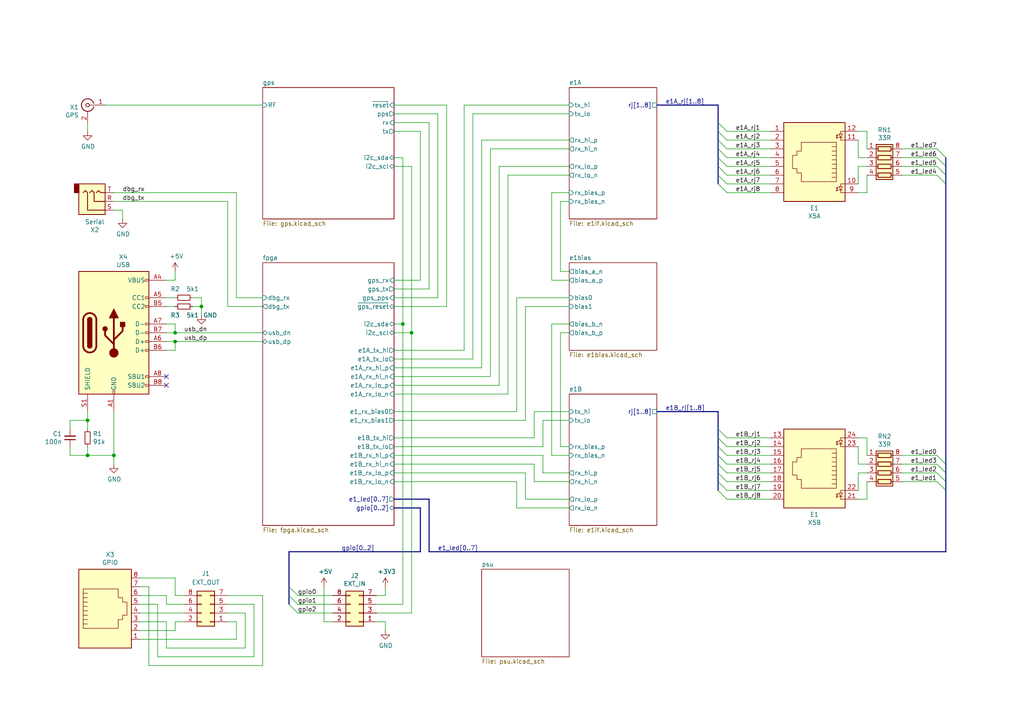
<source format=kicad_sch>
(kicad_sch (version 20211123) (generator eeschema)
  (paper "A4")
  (title_block (title "icE1usb - Top level overview") (date "2022-09-05") (rev "1.1") (comment 1 "CERN-OHL-S") (comment 2 "(C) 2020-2022 Sylvain Munaut"))
  (lib_symbols
    (symbol "Connector:AudioJack3"
      (property "Reference" "J" (at 0 8.89 0))
      (property "Value" "AudioJack3" (at 0 6.35 0))
      (symbol "AudioJack3_0_1"
        (rectangle (start -5.08 -5.08) (end -6.35 -2.54) (stroke (width 0.254)) (fill (type outline)))
        (polyline (pts (xy 0 -2.54) (xy 0.635 -3.175) (xy 1.27 -2.54) (xy 2.54 -2.54)) (stroke (width 0.254)))
        (polyline (pts (xy -1.905 -2.54) (xy -1.27 -3.175) (xy -0.635 -2.54) (xy -0.635 0) (xy 2.54 0)) (stroke (width 0.254)))
        (polyline (pts (xy 2.54 2.54) (xy -2.54 2.54) (xy -2.54 -2.54) (xy -3.175 -3.175) (xy -3.81 -2.54)) (stroke (width 0.254)))
        (rectangle (start 2.54 3.81) (end -5.08 -5.08) (stroke (width 0.254)) (fill (type background)))
      )
      (symbol "AudioJack3_1_1"
        (pin passive line (at 5.08 0 180) (length 2.54) (name "~") (number "R"))
        (pin passive line (at 5.08 2.54 180) (length 2.54) (name "~") (number "S"))
        (pin passive line (at 5.08 -2.54 180) (length 2.54) (name "~") (number "T"))
      )
    )
    (symbol "Connector:Conn_Coaxial" (pin_names (offset 1.016) hide)
      (property "Reference" "J" (at 0.254 3.048 0))
      (property "Value" "Conn_Coaxial" (at 2.921 0 90))
      (symbol "Conn_Coaxial_0_1"
        (arc (start -1.778 -0.508) (mid 0.222 -1.808) (end 1.778 0) (stroke (width 0.254)))
        (polyline (pts (xy -2.54 0) (xy -0.508 0)))
        (polyline (pts (xy 0 -2.54) (xy 0 -1.778)))
        (circle (center 0 0) (radius 0.508) (stroke (width 0.2032)))
        (arc (start 1.778 0) (mid 0.222 1.8083) (end -1.778 0.508) (stroke (width 0.254)))
      )
      (symbol "Conn_Coaxial_1_1"
        (pin passive line (at -5.08 0 0) (length 2.54) (name "In") (number "1"))
        (pin passive line (at 0 -5.08 90) (length 2.54) (name "Ext") (number "2"))
      )
    )
    (symbol "Connector:RJ45" (pin_names (offset 1.016))
      (property "Reference" "J" (at -5.08 13.97 0))
      (property "Value" "RJ45" (at 2.54 13.97 0))
      (symbol "RJ45_0_1"
        (polyline (pts (xy -5.08 4.445) (xy -6.35 4.445)))
        (polyline (pts (xy -5.08 5.715) (xy -6.35 5.715)))
        (polyline (pts (xy -6.35 -3.175) (xy -5.08 -3.175) (xy -5.08 -3.175)))
        (polyline (pts (xy -6.35 -1.905) (xy -5.08 -1.905) (xy -5.08 -1.905)))
        (polyline (pts (xy -6.35 -0.635) (xy -5.08 -0.635) (xy -5.08 -0.635)))
        (polyline (pts (xy -6.35 0.635) (xy -5.08 0.635) (xy -5.08 0.635)))
        (polyline (pts (xy -6.35 1.905) (xy -5.08 1.905) (xy -5.08 1.905)))
        (polyline (pts (xy -5.08 3.175) (xy -6.35 3.175) (xy -6.35 3.175)))
        (polyline (pts (xy -6.35 -4.445) (xy -6.35 6.985) (xy 3.81 6.985) (xy 3.81 4.445) (xy 5.08 4.445) (xy 5.08 3.175) (xy 6.35 3.175) (xy 6.35 -0.635) (xy 5.08 -0.635) (xy 5.08 -1.905) (xy 3.81 -1.905) (xy 3.81 -4.445) (xy -6.35 -4.445) (xy -6.35 -4.445)))
        (rectangle (start 7.62 12.7) (end -7.62 -10.16) (stroke (width 0.254)) (fill (type background)))
      )
      (symbol "RJ45_1_1"
        (pin passive line (at 10.16 -7.62 180) (length 2.54) (name "~") (number "1"))
        (pin passive line (at 10.16 -5.08 180) (length 2.54) (name "~") (number "2"))
        (pin passive line (at 10.16 -2.54 180) (length 2.54) (name "~") (number "3"))
        (pin passive line (at 10.16 0 180) (length 2.54) (name "~") (number "4"))
        (pin passive line (at 10.16 2.54 180) (length 2.54) (name "~") (number "5"))
        (pin passive line (at 10.16 5.08 180) (length 2.54) (name "~") (number "6"))
        (pin passive line (at 10.16 7.62 180) (length 2.54) (name "~") (number "7"))
        (pin passive line (at 10.16 10.16 180) (length 2.54) (name "~") (number "8"))
      )
    )
    (symbol "Connector:USB_C_Receptacle_USB2.0" (pin_names (offset 1.016))
      (property "Reference" "J" (at -10.16 19.05 0))
      (property "Value" "USB_C_Receptacle_USB2.0" (at 19.05 19.05 0))
      (symbol "USB_C_Receptacle_USB2.0_0_0"
        (rectangle (start -0.254 -17.78) (end 0.254 -16.764))
        (rectangle (start 10.16 -14.986) (end 9.144 -15.494))
        (rectangle (start 10.16 -12.446) (end 9.144 -12.954))
        (rectangle (start 10.16 -4.826) (end 9.144 -5.334))
        (rectangle (start 10.16 -2.286) (end 9.144 -2.794))
        (rectangle (start 10.16 0.254) (end 9.144 -0.254))
        (rectangle (start 10.16 2.794) (end 9.144 2.286))
        (rectangle (start 10.16 7.874) (end 9.144 7.366))
        (rectangle (start 10.16 10.414) (end 9.144 9.906))
        (rectangle (start 10.16 15.494) (end 9.144 14.986))
      )
      (symbol "USB_C_Receptacle_USB2.0_0_1"
        (rectangle (start -10.16 17.78) (end 10.16 -17.78) (stroke (width 0.254)) (fill (type background)))
        (arc (start -8.89 -3.81) (mid -6.985 -5.715) (end -5.08 -3.81) (stroke (width 0.508)))
        (arc (start -7.62 -3.81) (mid -6.985 -4.445) (end -6.35 -3.81) (stroke (width 0.254)))
        (arc (start -7.62 -3.81) (mid -6.985 -4.445) (end -6.35 -3.81) (stroke (width 0.254)) (fill (type outline)))
        (rectangle (start -7.62 -3.81) (end -6.35 3.81) (stroke (width 0.254)) (fill (type outline)))
        (arc (start -6.35 3.81) (mid -6.985 4.445) (end -7.62 3.81) (stroke (width 0.254)))
        (arc (start -6.35 3.81) (mid -6.985 4.445) (end -7.62 3.81) (stroke (width 0.254)) (fill (type outline)))
        (arc (start -5.08 3.81) (mid -6.985 5.715) (end -8.89 3.81) (stroke (width 0.508)))
        (circle (center -2.54 1.143) (radius 0.635) (stroke (width 0.254)) (fill (type outline)))
        (circle (center 0 -5.842) (radius 1.27) (fill (type outline)))
        (polyline (pts (xy -8.89 -3.81) (xy -8.89 3.81)) (stroke (width 0.508)))
        (polyline (pts (xy -5.08 3.81) (xy -5.08 -3.81)) (stroke (width 0.508)))
        (polyline (pts (xy 0 -5.842) (xy 0 4.318)) (stroke (width 0.508)))
        (polyline (pts (xy 0 -3.302) (xy -2.54 -0.762) (xy -2.54 0.508)) (stroke (width 0.508)))
        (polyline (pts (xy 0 -2.032) (xy 2.54 0.508) (xy 2.54 1.778)) (stroke (width 0.508)))
        (polyline (pts (xy -1.27 4.318) (xy 0 6.858) (xy 1.27 4.318) (xy -1.27 4.318)) (stroke (width 0.254)) (fill (type outline)))
        (rectangle (start 1.905 1.778) (end 3.175 3.048) (stroke (width 0.254)) (fill (type outline)))
      )
      (symbol "USB_C_Receptacle_USB2.0_1_1"
        (pin passive line (at 0 -22.86 90) (length 5.08) (name "GND") (number "A1"))
        (pin passive line (at 0 -22.86 90) (length 5.08) hide (name "GND") (number "A12"))
        (pin passive line (at 15.24 15.24 180) (length 5.08) (name "VBUS") (number "A4"))
        (pin bidirectional line (at 15.24 10.16 180) (length 5.08) (name "CC1") (number "A5"))
        (pin bidirectional line (at 15.24 -2.54 180) (length 5.08) (name "D+") (number "A6"))
        (pin bidirectional line (at 15.24 2.54 180) (length 5.08) (name "D-") (number "A7"))
        (pin bidirectional line (at 15.24 -12.7 180) (length 5.08) (name "SBU1") (number "A8"))
        (pin passive line (at 15.24 15.24 180) (length 5.08) hide (name "VBUS") (number "A9"))
        (pin passive line (at 0 -22.86 90) (length 5.08) hide (name "GND") (number "B1"))
        (pin passive line (at 0 -22.86 90) (length 5.08) hide (name "GND") (number "B12"))
        (pin passive line (at 15.24 15.24 180) (length 5.08) hide (name "VBUS") (number "B4"))
        (pin bidirectional line (at 15.24 7.62 180) (length 5.08) (name "CC2") (number "B5"))
        (pin bidirectional line (at 15.24 -5.08 180) (length 5.08) (name "D+") (number "B6"))
        (pin bidirectional line (at 15.24 0 180) (length 5.08) (name "D-") (number "B7"))
        (pin bidirectional line (at 15.24 -15.24 180) (length 5.08) (name "SBU2") (number "B8"))
        (pin passive line (at 15.24 15.24 180) (length 5.08) hide (name "VBUS") (number "B9"))
        (pin passive line (at -7.62 -22.86 90) (length 5.08) (name "SHIELD") (number "S1"))
      )
    )
    (symbol "Connector_Generic:Conn_02x04_Odd_Even" (pin_names (offset 1.016) hide)
      (property "Reference" "J" (at 1.27 5.08 0))
      (property "Value" "Conn_02x04_Odd_Even" (at 1.27 -7.62 0))
      (symbol "Conn_02x04_Odd_Even_1_1"
        (rectangle (start -1.27 -4.953) (end 0 -5.207) (stroke (width 0.1524)))
        (rectangle (start -1.27 -2.413) (end 0 -2.667) (stroke (width 0.1524)))
        (rectangle (start -1.27 0.127) (end 0 -0.127) (stroke (width 0.1524)))
        (rectangle (start -1.27 2.667) (end 0 2.413) (stroke (width 0.1524)))
        (rectangle (start -1.27 3.81) (end 3.81 -6.35) (stroke (width 0.254)) (fill (type background)))
        (rectangle (start 3.81 -4.953) (end 2.54 -5.207) (stroke (width 0.1524)))
        (rectangle (start 3.81 -2.413) (end 2.54 -2.667) (stroke (width 0.1524)))
        (rectangle (start 3.81 0.127) (end 2.54 -0.127) (stroke (width 0.1524)))
        (rectangle (start 3.81 2.667) (end 2.54 2.413) (stroke (width 0.1524)))
        (pin passive line (at -5.08 2.54 0) (length 3.81) (name "Pin_1") (number "1"))
        (pin passive line (at 7.62 2.54 180) (length 3.81) (name "Pin_2") (number "2"))
        (pin passive line (at -5.08 0 0) (length 3.81) (name "Pin_3") (number "3"))
        (pin passive line (at 7.62 0 180) (length 3.81) (name "Pin_4") (number "4"))
        (pin passive line (at -5.08 -2.54 0) (length 3.81) (name "Pin_5") (number "5"))
        (pin passive line (at 7.62 -2.54 180) (length 3.81) (name "Pin_6") (number "6"))
        (pin passive line (at -5.08 -5.08 0) (length 3.81) (name "Pin_7") (number "7"))
        (pin passive line (at 7.62 -5.08 180) (length 3.81) (name "Pin_8") (number "8"))
      )
    )
    (symbol "Device:C_Small" (pin_numbers hide) (pin_names (offset 0.254) hide)
      (property "Reference" "C" (at 0.254 1.778 0))
      (property "Value" "C_Small" (at 0.254 -2.032 0))
      (symbol "C_Small_0_1"
        (polyline (pts (xy -1.524 -0.508) (xy 1.524 -0.508)) (stroke (width 0.3302)))
        (polyline (pts (xy -1.524 0.508) (xy 1.524 0.508)) (stroke (width 0.3048)))
      )
      (symbol "C_Small_1_1"
        (pin passive line (at 0 2.54 270) (length 2.032) (name "~") (number "1"))
        (pin passive line (at 0 -2.54 90) (length 2.032) (name "~") (number "2"))
      )
    )
    (symbol "Device:R_Pack04" (pin_names (offset 0) hide)
      (property "Reference" "RN" (at -7.62 0 90))
      (property "Value" "R_Pack04" (at 5.08 0 90))
      (symbol "R_Pack04_0_1"
        (rectangle (start -6.35 -2.413) (end 3.81 2.413) (stroke (width 0.254)) (fill (type background)))
        (rectangle (start -5.715 1.905) (end -4.445 -1.905) (stroke (width 0.254)))
        (rectangle (start -3.175 1.905) (end -1.905 -1.905) (stroke (width 0.254)))
        (rectangle (start -0.635 1.905) (end 0.635 -1.905) (stroke (width 0.254)))
        (polyline (pts (xy -5.08 -2.54) (xy -5.08 -1.905)))
        (polyline (pts (xy -5.08 1.905) (xy -5.08 2.54)))
        (polyline (pts (xy -2.54 -2.54) (xy -2.54 -1.905)))
        (polyline (pts (xy -2.54 1.905) (xy -2.54 2.54)))
        (polyline (pts (xy 0 -2.54) (xy 0 -1.905)))
        (polyline (pts (xy 0 1.905) (xy 0 2.54)))
        (polyline (pts (xy 2.54 -2.54) (xy 2.54 -1.905)))
        (polyline (pts (xy 2.54 1.905) (xy 2.54 2.54)))
        (rectangle (start 1.905 1.905) (end 3.175 -1.905) (stroke (width 0.254)))
      )
      (symbol "R_Pack04_1_1"
        (pin passive line (at -5.08 -5.08 90) (length 2.54) (name "R1.1") (number "1"))
        (pin passive line (at -2.54 -5.08 90) (length 2.54) (name "R2.1") (number "2"))
        (pin passive line (at 0 -5.08 90) (length 2.54) (name "R3.1") (number "3"))
        (pin passive line (at 2.54 -5.08 90) (length 2.54) (name "R4.1") (number "4"))
        (pin passive line (at 2.54 5.08 270) (length 2.54) (name "R4.2") (number "5"))
        (pin passive line (at 0 5.08 270) (length 2.54) (name "R3.2") (number "6"))
        (pin passive line (at -2.54 5.08 270) (length 2.54) (name "R2.2") (number "7"))
        (pin passive line (at -5.08 5.08 270) (length 2.54) (name "R1.2") (number "8"))
      )
    )
    (symbol "Device:R_Small" (pin_numbers hide) (pin_names (offset 0.254) hide)
      (property "Reference" "R" (at 0.762 0.508 0))
      (property "Value" "R_Small" (at 0.762 -1.016 0))
      (symbol "R_Small_0_1"
        (rectangle (start -0.762 1.778) (end 0.762 -1.778) (stroke (width 0.2032)))
      )
      (symbol "R_Small_1_1"
        (pin passive line (at 0 2.54 270) (length 0.762) (name "~") (number "1"))
        (pin passive line (at 0 -2.54 90) (length 0.762) (name "~") (number "2"))
      )
    )
    (symbol "power:+3V3" (power) (pin_names (offset 0))
      (property "Value" "+3V3" (at 0 3.556 0))
      (symbol "+3V3_0_1"
        (polyline (pts (xy -0.762 1.27) (xy 0 2.54)))
        (polyline (pts (xy 0 0) (xy 0 2.54)))
        (polyline (pts (xy 0 2.54) (xy 0.762 1.27)))
      )
      (symbol "+3V3_1_1"
        (pin power_in line (at 0 0 90) (length 0) hide (name "+3V3") (number "1"))
      )
    )
    (symbol "power:+5V" (power) (pin_names (offset 0))
      (property "Value" "+5V" (at 0 3.556 0))
      (symbol "+5V_0_1"
        (polyline (pts (xy -0.762 1.27) (xy 0 2.54)))
        (polyline (pts (xy 0 0) (xy 0 2.54)))
        (polyline (pts (xy 0 2.54) (xy 0.762 1.27)))
      )
      (symbol "+5V_1_1"
        (pin power_in line (at 0 0 90) (length 0) hide (name "+5V") (number "1"))
      )
    )
    (symbol "power:GND" (power) (pin_names (offset 0))
      (property "Value" "GND" (at 0 -3.81 0))
      (symbol "GND_0_1"
        (polyline (pts (xy 0 0) (xy 0 -1.27) (xy 1.27 -1.27) (xy 0 -2.54) (xy -1.27 -1.27) (xy 0 -1.27)))
      )
      (symbol "GND_1_1"
        (pin power_in line (at 0 0 270) (length 0) hide (name "GND") (number "1"))
      )
    )
    (symbol "s47-conn:AMPHENOL_RJHSE508102" (pin_names (offset 1.016))
      (property "Reference" "X" (at 0 15.24 0))
      (property "Value" "s47-conn_AMPHENOL_RJHSE508102" (at 0 -12.7 0))
      (symbol "AMPHENOL_RJHSE508102_0_1"
        (polyline (pts (xy -8.89 -7.62) (xy -7.62 -7.62)))
        (polyline (pts (xy -8.89 -5.08) (xy -7.62 -5.08)))
        (polyline (pts (xy -8.89 7.62) (xy -7.62 7.62)))
        (polyline (pts (xy -8.89 10.16) (xy -7.62 10.16)))
        (polyline (pts (xy -8.128 -5.842) (xy -7.112 -5.842)))
        (polyline (pts (xy -8.128 9.398) (xy -7.112 9.398)))
        (polyline (pts (xy -7.62 -7.62) (xy -7.62 -6.858)))
        (polyline (pts (xy -7.62 -5.08) (xy -7.62 -5.842)))
        (polyline (pts (xy -7.62 7.62) (xy -7.62 8.382)))
        (polyline (pts (xy -7.62 10.16) (xy -7.62 9.398)))
        (polyline (pts (xy -6.35 -6.223) (xy -6.477 -6.604)))
        (polyline (pts (xy -6.35 -5.588) (xy -6.477 -5.969)))
        (polyline (pts (xy -6.35 9.017) (xy -6.477 8.636)))
        (polyline (pts (xy -6.35 9.652) (xy -6.477 9.271)))
        (polyline (pts (xy -5.08 4.445) (xy -6.35 4.445)))
        (polyline (pts (xy -5.08 5.715) (xy -6.35 5.715)))
        (polyline (pts (xy -6.858 -6.731) (xy -6.35 -6.223) (xy -6.731 -6.35)))
        (polyline (pts (xy -6.858 -6.096) (xy -6.35 -5.588) (xy -6.731 -5.715)))
        (polyline (pts (xy -6.858 8.509) (xy -6.35 9.017) (xy -6.731 8.89)))
        (polyline (pts (xy -6.858 9.144) (xy -6.35 9.652) (xy -6.731 9.525)))
        (polyline (pts (xy -6.35 -3.175) (xy -5.08 -3.175) (xy -5.08 -3.175)))
        (polyline (pts (xy -6.35 -1.905) (xy -5.08 -1.905) (xy -5.08 -1.905)))
        (polyline (pts (xy -6.35 -0.635) (xy -5.08 -0.635) (xy -5.08 -0.635)))
        (polyline (pts (xy -6.35 0.635) (xy -5.08 0.635) (xy -5.08 0.635)))
        (polyline (pts (xy -6.35 1.905) (xy -5.08 1.905) (xy -5.08 1.905)))
        (polyline (pts (xy -5.08 3.175) (xy -6.35 3.175) (xy -6.35 3.175)))
        (polyline (pts (xy -7.62 -5.842) (xy -8.128 -6.858) (xy -7.112 -6.858) (xy -7.62 -5.842)))
        (polyline (pts (xy -7.62 9.398) (xy -8.128 8.382) (xy -7.112 8.382) (xy -7.62 9.398)))
        (polyline (pts (xy -6.35 -4.445) (xy -6.35 6.985) (xy 3.81 6.985) (xy 3.81 4.445) (xy 5.08 4.445) (xy 5.08 3.175) (xy 6.35 3.175) (xy 6.35 -0.635) (xy 5.08 -0.635) (xy 5.08 -1.905) (xy 3.81 -1.905) (xy 3.81 -4.445) (xy -6.35 -4.445) (xy -6.35 -4.445)))
        (rectangle (start 8.89 12.7) (end -8.89 -10.16) (stroke (width 0.254)) (fill (type background)))
      )
      (symbol "AMPHENOL_RJHSE508102_1_1"
        (pin passive line (at 12.7 -7.62 180) (length 3.81) (name "~") (number "1"))
        (pin passive line (at -12.7 7.62 0) (length 3.81) (name "~") (number "10"))
        (pin passive line (at -12.7 -5.08 0) (length 3.81) (name "~") (number "11"))
        (pin passive line (at -12.7 -7.62 0) (length 3.81) (name "~") (number "12"))
        (pin passive line (at 12.7 -5.08 180) (length 3.81) (name "~") (number "2"))
        (pin passive line (at 12.7 -2.54 180) (length 3.81) (name "~") (number "3"))
        (pin passive line (at 12.7 0 180) (length 3.81) (name "~") (number "4"))
        (pin passive line (at 12.7 2.54 180) (length 3.81) (name "~") (number "5"))
        (pin passive line (at 12.7 5.08 180) (length 3.81) (name "~") (number "6"))
        (pin passive line (at 12.7 7.62 180) (length 3.81) (name "~") (number "7"))
        (pin passive line (at 12.7 10.16 180) (length 3.81) (name "~") (number "8"))
        (pin passive line (at -12.7 10.16 0) (length 3.81) (name "~") (number "9"))
      )
      (symbol "AMPHENOL_RJHSE508102_2_1"
        (pin passive line (at 12.7 -7.62 180) (length 3.81) (name "~") (number "13"))
        (pin passive line (at 12.7 -5.08 180) (length 3.81) (name "~") (number "14"))
        (pin passive line (at 12.7 -2.54 180) (length 3.81) (name "~") (number "15"))
        (pin passive line (at 12.7 0 180) (length 3.81) (name "~") (number "16"))
        (pin passive line (at 12.7 2.54 180) (length 3.81) (name "~") (number "17"))
        (pin passive line (at 12.7 5.08 180) (length 3.81) (name "~") (number "18"))
        (pin passive line (at 12.7 7.62 180) (length 3.81) (name "~") (number "19"))
        (pin passive line (at 12.7 10.16 180) (length 3.81) (name "~") (number "20"))
        (pin passive line (at -12.7 10.16 0) (length 3.81) (name "~") (number "21"))
        (pin passive line (at -12.7 7.62 0) (length 3.81) (name "~") (number "22"))
        (pin passive line (at -12.7 -5.08 0) (length 3.81) (name "~") (number "23"))
        (pin passive line (at -12.7 -7.62 0) (length 3.81) (name "~") (number "24"))
      )
    )
  )
  (junction (at 50.8 96.52))
  (junction (at 119.38 96.52))
  (junction (at 50.8 99.06))
  (junction (at 33.02 132.08))
  (junction (at 25.4 121.92))
  (junction (at 58.42 88.9))
  (junction (at 25.4 132.08))
  (junction (at 116.84 93.98))
  (no_connect (at 48.26 111.76))
  (no_connect (at 48.26 109.22))
  (bus_entry (at 271.78 132.08) (size 2.54 2.54))
  (bus_entry (at 208.28 43.18) (size 2.54 2.54))
  (bus_entry (at 271.78 48.26) (size 2.54 2.54))
  (bus_entry (at 208.28 132.08) (size 2.54 2.54))
  (bus_entry (at 83.82 170.18) (size 2.54 2.54))
  (bus_entry (at 208.28 139.7) (size 2.54 2.54))
  (bus_entry (at 271.78 139.7) (size 2.54 2.54))
  (bus_entry (at 208.28 45.72) (size 2.54 2.54))
  (bus_entry (at 208.28 124.46) (size 2.54 2.54))
  (bus_entry (at 208.28 142.24) (size 2.54 2.54))
  (bus_entry (at 208.28 137.16) (size 2.54 2.54))
  (bus_entry (at 271.78 137.16) (size 2.54 2.54))
  (bus_entry (at 208.28 129.54) (size 2.54 2.54))
  (bus_entry (at 271.78 43.18) (size 2.54 2.54))
  (bus_entry (at 271.78 50.8) (size 2.54 2.54))
  (bus_entry (at 208.28 38.1) (size 2.54 2.54))
  (bus_entry (at 271.78 45.72) (size 2.54 2.54))
  (bus_entry (at 83.82 175.26) (size 2.54 2.54))
  (bus_entry (at 208.28 134.62) (size 2.54 2.54))
  (bus_entry (at 208.28 50.8) (size 2.54 2.54))
  (bus_entry (at 83.82 172.72) (size 2.54 2.54))
  (bus_entry (at 208.28 48.26) (size 2.54 2.54))
  (bus_entry (at 271.78 134.62) (size 2.54 2.54))
  (bus_entry (at 208.28 53.34) (size 2.54 2.54))
  (bus_entry (at 208.28 127) (size 2.54 2.54))
  (bus_entry (at 208.28 40.64) (size 2.54 2.54))
  (bus_entry (at 208.28 35.56) (size 2.54 2.54))
  (wire (pts (xy 50.8 81.28) (xy 48.26 81.28)))
  (wire (pts (xy 139.7 106.68) (xy 139.7 40.64)))
  (bus (pts (xy 208.28 45.72) (xy 208.28 48.26)))
  (wire (pts (xy 251.46 127) (xy 251.46 132.08)))
  (wire (pts (xy 121.92 81.28) (xy 121.92 38.1)))
  (wire (pts (xy 251.46 38.1) (xy 251.46 43.18)))
  (wire (pts (xy 154.94 139.7) (xy 154.94 134.62)))
  (wire (pts (xy 109.22 175.26) (xy 116.84 175.26)))
  (wire (pts (xy 40.64 172.72) (xy 48.26 172.72)))
  (bus (pts (xy 208.28 35.56) (xy 208.28 38.1)))
  (wire (pts (xy 48.26 99.06) (xy 50.8 99.06)))
  (wire (pts (xy 271.78 137.16) (xy 261.62 137.16)))
  (wire (pts (xy 210.82 132.08) (xy 223.52 132.08)))
  (wire (pts (xy 149.86 86.36) (xy 165.1 86.36)))
  (bus (pts (xy 208.28 124.46) (xy 208.28 127)))
  (wire (pts (xy 68.58 55.88) (xy 68.58 86.36)))
  (wire (pts (xy 210.82 127) (xy 223.52 127)))
  (wire (pts (xy 68.58 185.42) (xy 68.58 180.34)))
  (wire (pts (xy 210.82 129.54) (xy 223.52 129.54)))
  (wire (pts (xy 149.86 119.38) (xy 149.86 86.36)))
  (bus (pts (xy 83.82 160.02) (xy 83.82 170.18)))
  (wire (pts (xy 40.64 177.8) (xy 53.34 177.8)))
  (wire (pts (xy 124.46 35.56) (xy 114.3 35.56)))
  (wire (pts (xy 48.26 175.26) (xy 53.34 175.26)))
  (wire (pts (xy 50.8 172.72) (xy 53.34 172.72)))
  (wire (pts (xy 248.92 137.16) (xy 251.46 137.16)))
  (wire (pts (xy 20.32 129.54) (xy 20.32 132.08)))
  (wire (pts (xy 162.56 58.42) (xy 162.56 78.74)))
  (bus (pts (xy 274.32 48.26) (xy 274.32 50.8)))
  (wire (pts (xy 261.62 50.8) (xy 271.78 50.8)))
  (wire (pts (xy 210.82 55.88) (xy 223.52 55.88)))
  (wire (pts (xy 137.16 33.02) (xy 137.16 104.14)))
  (wire (pts (xy 55.88 88.9) (xy 58.42 88.9)))
  (wire (pts (xy 157.48 132.08) (xy 157.48 137.16)))
  (wire (pts (xy 25.4 132.08) (xy 25.4 129.54)))
  (wire (pts (xy 68.58 86.36) (xy 76.2 86.36)))
  (wire (pts (xy 119.38 177.8) (xy 119.38 96.52)))
  (wire (pts (xy 96.52 180.34) (xy 93.98 180.34)))
  (wire (pts (xy 40.64 180.34) (xy 48.26 180.34)))
  (bus (pts (xy 124.46 160.02) (xy 274.32 160.02)))
  (wire (pts (xy 162.56 96.52) (xy 162.56 129.54)))
  (wire (pts (xy 152.4 137.16) (xy 152.4 144.78)))
  (wire (pts (xy 58.42 86.36) (xy 58.42 88.9)))
  (wire (pts (xy 165.1 147.32) (xy 149.86 147.32)))
  (wire (pts (xy 210.82 53.34) (xy 223.52 53.34)))
  (wire (pts (xy 142.24 109.22) (xy 142.24 43.18)))
  (wire (pts (xy 210.82 43.18) (xy 223.52 43.18)))
  (wire (pts (xy 25.4 132.08) (xy 33.02 132.08)))
  (bus (pts (xy 274.32 45.72) (xy 274.32 48.26)))
  (wire (pts (xy 162.56 96.52) (xy 165.1 96.52)))
  (wire (pts (xy 248.92 48.26) (xy 251.46 48.26)))
  (bus (pts (xy 274.32 134.62) (xy 274.32 137.16)))
  (bus (pts (xy 121.92 160.02) (xy 83.82 160.02)))
  (wire (pts (xy 210.82 45.72) (xy 223.52 45.72)))
  (wire (pts (xy 71.12 187.96) (xy 71.12 177.8)))
  (wire (pts (xy 43.18 193.04) (xy 76.2 193.04)))
  (wire (pts (xy 165.1 48.26) (xy 144.78 48.26)))
  (wire (pts (xy 162.56 129.54) (xy 165.1 129.54)))
  (wire (pts (xy 114.3 88.9) (xy 129.54 88.9)))
  (wire (pts (xy 210.82 134.62) (xy 223.52 134.62)))
  (bus (pts (xy 208.28 137.16) (xy 208.28 139.7)))
  (wire (pts (xy 48.26 187.96) (xy 71.12 187.96)))
  (wire (pts (xy 165.1 121.92) (xy 157.48 121.92)))
  (wire (pts (xy 142.24 43.18) (xy 165.1 43.18)))
  (wire (pts (xy 271.78 45.72) (xy 261.62 45.72)))
  (wire (pts (xy 147.32 50.8) (xy 147.32 114.3)))
  (wire (pts (xy 50.8 96.52) (xy 76.2 96.52)))
  (wire (pts (xy 154.94 119.38) (xy 154.94 127)))
  (wire (pts (xy 114.3 106.68) (xy 139.7 106.68)))
  (wire (pts (xy 251.46 127) (xy 248.92 127)))
  (bus (pts (xy 208.28 134.62) (xy 208.28 137.16)))
  (wire (pts (xy 76.2 193.04) (xy 76.2 172.72)))
  (wire (pts (xy 50.8 99.06) (xy 76.2 99.06)))
  (wire (pts (xy 96.52 177.8) (xy 86.36 177.8)))
  (wire (pts (xy 119.38 96.52) (xy 119.38 48.26)))
  (wire (pts (xy 139.7 40.64) (xy 165.1 40.64)))
  (wire (pts (xy 50.8 167.64) (xy 50.8 172.72)))
  (wire (pts (xy 73.66 190.5) (xy 73.66 175.26)))
  (bus (pts (xy 208.28 30.48) (xy 190.5 30.48)))
  (bus (pts (xy 208.28 30.48) (xy 208.28 35.56)))
  (wire (pts (xy 33.02 132.08) (xy 33.02 134.62)))
  (wire (pts (xy 248.92 48.26) (xy 248.92 53.34)))
  (wire (pts (xy 93.98 180.34) (xy 93.98 170.18)))
  (wire (pts (xy 25.4 119.38) (xy 25.4 121.92)))
  (wire (pts (xy 76.2 172.72) (xy 66.04 172.72)))
  (wire (pts (xy 20.32 121.92) (xy 25.4 121.92)))
  (wire (pts (xy 210.82 48.26) (xy 223.52 48.26)))
  (wire (pts (xy 76.2 88.9) (xy 66.04 88.9)))
  (wire (pts (xy 33.02 119.38) (xy 33.02 132.08)))
  (wire (pts (xy 25.4 35.56) (xy 25.4 38.1)))
  (bus (pts (xy 208.28 50.8) (xy 208.28 53.34)))
  (wire (pts (xy 109.22 177.8) (xy 119.38 177.8)))
  (wire (pts (xy 50.8 88.9) (xy 48.26 88.9)))
  (wire (pts (xy 48.26 93.98) (xy 50.8 93.98)))
  (wire (pts (xy 33.02 55.88) (xy 68.58 55.88)))
  (wire (pts (xy 20.32 132.08) (xy 25.4 132.08)))
  (wire (pts (xy 73.66 175.26) (xy 66.04 175.26)))
  (wire (pts (xy 248.92 144.78) (xy 251.46 144.78)))
  (wire (pts (xy 96.52 175.26) (xy 86.36 175.26)))
  (wire (pts (xy 210.82 144.78) (xy 223.52 144.78)))
  (bus (pts (xy 121.92 147.32) (xy 121.92 160.02)))
  (wire (pts (xy 114.3 96.52) (xy 119.38 96.52)))
  (wire (pts (xy 271.78 43.18) (xy 261.62 43.18)))
  (wire (pts (xy 147.32 114.3) (xy 114.3 114.3)))
  (wire (pts (xy 50.8 86.36) (xy 48.26 86.36)))
  (wire (pts (xy 40.64 185.42) (xy 68.58 185.42)))
  (wire (pts (xy 50.8 101.6) (xy 48.26 101.6)))
  (wire (pts (xy 58.42 88.9) (xy 58.42 91.44)))
  (wire (pts (xy 165.1 81.28) (xy 160.02 81.28)))
  (wire (pts (xy 248.92 137.16) (xy 248.92 142.24)))
  (wire (pts (xy 114.3 81.28) (xy 121.92 81.28)))
  (wire (pts (xy 165.1 139.7) (xy 154.94 139.7)))
  (wire (pts (xy 40.64 175.26) (xy 45.72 175.26)))
  (bus (pts (xy 114.3 144.78) (xy 124.46 144.78)))
  (wire (pts (xy 114.3 101.6) (xy 134.62 101.6)))
  (wire (pts (xy 152.4 88.9) (xy 165.1 88.9)))
  (bus (pts (xy 208.28 132.08) (xy 208.28 134.62)))
  (wire (pts (xy 114.3 83.82) (xy 124.46 83.82)))
  (wire (pts (xy 25.4 121.92) (xy 25.4 124.46)))
  (bus (pts (xy 274.32 137.16) (xy 274.32 139.7)))
  (wire (pts (xy 154.94 134.62) (xy 114.3 134.62)))
  (wire (pts (xy 114.3 132.08) (xy 157.48 132.08)))
  (bus (pts (xy 208.28 127) (xy 208.28 129.54)))
  (wire (pts (xy 35.56 60.96) (xy 35.56 63.5)))
  (wire (pts (xy 50.8 180.34) (xy 53.34 180.34)))
  (wire (pts (xy 157.48 129.54) (xy 114.3 129.54)))
  (wire (pts (xy 127 33.02) (xy 127 86.36)))
  (wire (pts (xy 66.04 88.9) (xy 66.04 58.42)))
  (wire (pts (xy 45.72 190.5) (xy 73.66 190.5)))
  (wire (pts (xy 137.16 104.14) (xy 114.3 104.14)))
  (wire (pts (xy 68.58 180.34) (xy 66.04 180.34)))
  (wire (pts (xy 248.92 45.72) (xy 251.46 45.72)))
  (wire (pts (xy 271.78 48.26) (xy 261.62 48.26)))
  (wire (pts (xy 124.46 83.82) (xy 124.46 35.56)))
  (wire (pts (xy 116.84 93.98) (xy 116.84 175.26)))
  (wire (pts (xy 162.56 78.74) (xy 165.1 78.74)))
  (wire (pts (xy 50.8 93.98) (xy 50.8 96.52)))
  (wire (pts (xy 152.4 144.78) (xy 165.1 144.78)))
  (wire (pts (xy 33.02 60.96) (xy 35.56 60.96)))
  (wire (pts (xy 43.18 170.18) (xy 43.18 193.04)))
  (wire (pts (xy 71.12 177.8) (xy 66.04 177.8)))
  (wire (pts (xy 50.8 78.74) (xy 50.8 81.28)))
  (bus (pts (xy 83.82 170.18) (xy 83.82 172.72)))
  (wire (pts (xy 165.1 58.42) (xy 162.56 58.42)))
  (wire (pts (xy 210.82 38.1) (xy 223.52 38.1)))
  (wire (pts (xy 111.76 172.72) (xy 109.22 172.72)))
  (wire (pts (xy 45.72 175.26) (xy 45.72 190.5)))
  (wire (pts (xy 114.3 137.16) (xy 152.4 137.16)))
  (bus (pts (xy 274.32 53.34) (xy 274.32 134.62)))
  (wire (pts (xy 114.3 93.98) (xy 116.84 93.98)))
  (wire (pts (xy 271.78 139.7) (xy 261.62 139.7)))
  (bus (pts (xy 208.28 119.38) (xy 190.5 119.38)))
  (bus (pts (xy 208.28 139.7) (xy 208.28 142.24)))
  (wire (pts (xy 30.48 30.48) (xy 76.2 30.48)))
  (bus (pts (xy 274.32 50.8) (xy 274.32 53.34)))
  (bus (pts (xy 124.46 144.78) (xy 124.46 160.02)))
  (wire (pts (xy 116.84 93.98) (xy 116.84 45.72)))
  (wire (pts (xy 144.78 111.76) (xy 114.3 111.76)))
  (wire (pts (xy 210.82 137.16) (xy 223.52 137.16)))
  (wire (pts (xy 157.48 121.92) (xy 157.48 129.54)))
  (wire (pts (xy 129.54 30.48) (xy 114.3 30.48)))
  (wire (pts (xy 165.1 132.08) (xy 160.02 132.08)))
  (wire (pts (xy 248.92 134.62) (xy 251.46 134.62)))
  (wire (pts (xy 144.78 48.26) (xy 144.78 111.76)))
  (wire (pts (xy 127 86.36) (xy 114.3 86.36)))
  (wire (pts (xy 48.26 180.34) (xy 48.26 187.96)))
  (wire (pts (xy 33.02 58.42) (xy 66.04 58.42)))
  (wire (pts (xy 160.02 93.98) (xy 165.1 93.98)))
  (wire (pts (xy 40.64 167.64) (xy 50.8 167.64)))
  (wire (pts (xy 50.8 182.88) (xy 50.8 180.34)))
  (wire (pts (xy 160.02 132.08) (xy 160.02 93.98)))
  (bus (pts (xy 274.32 139.7) (xy 274.32 142.24)))
  (wire (pts (xy 160.02 81.28) (xy 160.02 55.88)))
  (wire (pts (xy 48.26 172.72) (xy 48.26 175.26)))
  (bus (pts (xy 208.28 43.18) (xy 208.28 45.72)))
  (wire (pts (xy 157.48 137.16) (xy 165.1 137.16)))
  (wire (pts (xy 271.78 134.62) (xy 261.62 134.62)))
  (wire (pts (xy 114.3 109.22) (xy 142.24 109.22)))
  (wire (pts (xy 160.02 55.88) (xy 165.1 55.88)))
  (wire (pts (xy 154.94 127) (xy 114.3 127)))
  (wire (pts (xy 40.64 182.88) (xy 50.8 182.88)))
  (bus (pts (xy 274.32 142.24) (xy 274.32 160.02)))
  (wire (pts (xy 165.1 119.38) (xy 154.94 119.38)))
  (wire (pts (xy 149.86 139.7) (xy 114.3 139.7)))
  (wire (pts (xy 114.3 33.02) (xy 127 33.02)))
  (wire (pts (xy 165.1 50.8) (xy 147.32 50.8)))
  (wire (pts (xy 251.46 144.78) (xy 251.46 139.7)))
  (wire (pts (xy 116.84 45.72) (xy 114.3 45.72)))
  (bus (pts (xy 208.28 48.26) (xy 208.28 50.8)))
  (wire (pts (xy 251.46 38.1) (xy 248.92 38.1)))
  (wire (pts (xy 109.22 180.34) (xy 111.76 180.34)))
  (wire (pts (xy 248.92 55.88) (xy 251.46 55.88)))
  (wire (pts (xy 149.86 147.32) (xy 149.86 139.7)))
  (wire (pts (xy 50.8 96.52) (xy 48.26 96.52)))
  (wire (pts (xy 129.54 88.9) (xy 129.54 30.48)))
  (wire (pts (xy 119.38 48.26) (xy 114.3 48.26)))
  (wire (pts (xy 121.92 38.1) (xy 114.3 38.1)))
  (bus (pts (xy 114.3 147.32) (xy 121.92 147.32)))
  (wire (pts (xy 111.76 170.18) (xy 111.76 172.72)))
  (bus (pts (xy 208.28 119.38) (xy 208.28 124.46)))
  (wire (pts (xy 55.88 86.36) (xy 58.42 86.36)))
  (wire (pts (xy 111.76 180.34) (xy 111.76 182.88)))
  (wire (pts (xy 40.64 170.18) (xy 43.18 170.18)))
  (wire (pts (xy 134.62 101.6) (xy 134.62 30.48)))
  (wire (pts (xy 114.3 121.92) (xy 152.4 121.92)))
  (bus (pts (xy 208.28 129.54) (xy 208.28 132.08)))
  (wire (pts (xy 248.92 40.64) (xy 248.92 45.72)))
  (wire (pts (xy 50.8 99.06) (xy 50.8 101.6)))
  (wire (pts (xy 210.82 50.8) (xy 223.52 50.8)))
  (wire (pts (xy 210.82 142.24) (xy 223.52 142.24)))
  (wire (pts (xy 248.92 129.54) (xy 248.92 134.62)))
  (bus (pts (xy 208.28 40.64) (xy 208.28 43.18)))
  (wire (pts (xy 152.4 121.92) (xy 152.4 88.9)))
  (bus (pts (xy 208.28 38.1) (xy 208.28 40.64)))
  (wire (pts (xy 210.82 139.7) (xy 223.52 139.7)))
  (bus (pts (xy 83.82 172.72) (xy 83.82 175.26)))
  (wire (pts (xy 20.32 124.46) (xy 20.32 121.92)))
  (wire (pts (xy 165.1 33.02) (xy 137.16 33.02)))
  (wire (pts (xy 251.46 55.88) (xy 251.46 50.8)))
  (wire (pts (xy 134.62 30.48) (xy 165.1 30.48)))
  (wire (pts (xy 96.52 172.72) (xy 86.36 172.72)))
  (wire (pts (xy 210.82 40.64) (xy 223.52 40.64)))
  (wire (pts (xy 261.62 132.08) (xy 271.78 132.08)))
  (wire (pts (xy 114.3 119.38) (xy 149.86 119.38)))
  (label "e1A_rj5" (at 213.36 48.26 0))
  (label "e1A_rj6" (at 213.36 50.8 0))
  (label "e1_led7" (at 264.16 43.18 0))
  (label "gpio1" (at 86.36 175.26 0))
  (label "e1A_rj2" (at 213.36 40.64 0))
  (label "e1_led1" (at 264.16 139.7 0))
  (label "dbg_tx" (at 35.56 58.42 0))
  (label "e1_led5" (at 264.16 48.26 0))
  (label "e1B_rj4" (at 213.36 134.62 0))
  (label "e1A_rj7" (at 213.36 53.34 0))
  (label "e1A_rj3" (at 213.36 43.18 0))
  (label "gpio[0..2]" (at 99.06 160.02 0))
  (label "usb_dn" (at 53.34 96.52 0))
  (label "e1A_rj4" (at 213.36 45.72 0))
  (label "e1B_rj7" (at 213.36 142.24 0))
  (label "e1A_rj[1..8]" (at 193.04 30.48 0))
  (label "e1B_rj1" (at 213.36 127 0))
  (label "e1_led4" (at 264.16 50.8 0))
  (label "e1B_rj2" (at 213.36 129.54 0))
  (label "usb_dp" (at 53.34 99.06 0))
  (label "e1A_rj1" (at 213.36 38.1 0))
  (label "e1_led[0..7]" (at 127 160.02 0))
  (label "dbg_rx" (at 35.56 55.88 0))
  (label "e1_led2" (at 264.16 137.16 0))
  (label "e1_led0" (at 264.16 132.08 0))
  (label "e1B_rj[1..8]" (at 193.04 119.38 0))
  (label "e1B_rj6" (at 213.36 139.7 0))
  (label "gpio0" (at 86.36 172.72 0))
  (label "e1_led6" (at 264.16 45.72 0))
  (label "e1B_rj3" (at 213.36 132.08 0))
  (label "e1B_rj5" (at 213.36 137.16 0))
  (label "e1A_rj8" (at 213.36 55.88 0))
  (label "e1_led3" (at 264.16 134.62 0))
  (label "gpio2" (at 86.36 177.8 0))
  (label "e1B_rj8" (at 213.36 144.78 0))
  (symbol (lib_id "Connector:USB_C_Receptacle_USB2.0") (at 33.02 96.52 0) (unit 1)
    (property "Reference" "X4" (at 35.7378 74.4982 0))
    (property "Value" "USB" (at 35.7378 76.8096 0))
    (property "Footprint" "s47-conn:USB_C_Receptacle_HRO_TYPE-C-31-M-12" (effects hide))
    (property "Datasheet" "https://www.usb.org/sites/default/files/documents/usb_type-c.zip" (effects hide))
    (property "MPN" "HRO_TYPE-C-31-M-12" (effects hide))
  )
  (symbol (lib_id "s47-conn:AMPHENOL_RJHSE508102") (at 236.22 45.72 180) (unit 1)
    (property "Reference" "X5" (at 236.22 62.6618 0))
    (property "Value" "E1" (at 236.22 60.3504 0))
    (property "Footprint" "Connector_RJ:RJ45_Amphenol_RJHSE538X-02" (effects hide))
    (property "Datasheet" "https://cdn.amphenol-icc.com/media/wysiwyg/files/drawing/rjhsex08x02.pdf" (effects hide))
    (property "MPN" "AMPHENOL RJHSE508102" (effects hide))
  )
  (symbol (lib_id "Connector:RJ45") (at 30.48 177.8 0) (unit 1)
    (property "Reference" "X3" (at 31.9278 160.8582 0))
    (property "Value" "GPIO" (at 31.9278 163.1696 0))
    (property "Footprint" "Connector_RJ:RJ45_Amphenol_RJHSE5380" (effects hide))
    (property "MPN" "Amphenol RJHSE5080" (effects hide))
  )
  (symbol (lib_id "s47-conn:AMPHENOL_RJHSE508102") (at 236.22 134.62 180) (unit 2)
    (property "Reference" "X5" (at 236.22 151.5618 0))
    (property "Value" "E1" (at 236.22 149.2504 0))
    (property "Footprint" "Connector_RJ:RJ45_Amphenol_RJHSE538X-02" (effects hide))
    (property "Datasheet" "https://cdn.amphenol-icc.com/media/wysiwyg/files/drawing/rjhsex08x02.pdf" (effects hide))
    (property "MPN" "AMPHENOL RJHSE508102" (effects hide))
  )
  (symbol (lib_id "power:+5V") (at 50.8 78.74 0) (unit 1)
    (property "Reference" "#PWR04" (effects hide))
    (property "Value" "+5V" (at 51.181 74.3458 0))
  )
  (symbol (lib_id "power:GND") (at 33.02 134.62 0) (unit 1)
    (property "Reference" "#PWR02" (effects hide))
    (property "Value" "GND" (at 33.147 139.0142 0))
  )
  (symbol (lib_id "Device:R_Small") (at 25.4 127 0) (unit 1)
    (property "Reference" "R1" (at 26.8986 125.8316 0) (effects (justify left)))
    (property "Value" "91k" (at 26.8986 128.143 0) (effects (justify left)))
    (property "Footprint" "Resistor_SMD:R_0603_1608Metric" (effects hide))
  )
  (symbol (lib_id "Device:C_Small") (at 20.32 127 0) (mirror x) (unit 1)
    (property "Reference" "C1" (at 17.9832 125.8316 0) (effects (justify right)))
    (property "Value" "100n" (at 17.9832 128.143 0) (effects (justify right)))
    (property "Footprint" "Capacitor_SMD:C_0603_1608Metric" (effects hide))
  )
  (symbol (lib_id "power:GND") (at 58.42 91.44 0) (unit 1)
    (property "Reference" "#PWR05" (effects hide))
    (property "Value" "GND" (at 60.96 91.44 0))
  )
  (symbol (lib_id "Device:R_Small") (at 53.34 86.36 270) (unit 1)
    (property "Reference" "R2" (at 50.8 83.82 90))
    (property "Value" "5k1" (at 55.88 83.82 90))
    (property "Footprint" "Resistor_SMD:R_0603_1608Metric" (effects hide))
  )
  (symbol (lib_id "Device:R_Small") (at 53.34 88.9 270) (unit 1)
    (property "Reference" "R3" (at 50.8 91.44 90))
    (property "Value" "5k1" (at 55.88 91.44 90))
    (property "Footprint" "Resistor_SMD:R_0603_1608Metric" (effects hide))
  )
  (symbol (lib_id "Connector:Conn_Coaxial") (at 25.4 30.48 0) (mirror y) (unit 1)
    (property "Reference" "X1" (at 22.86 31.115 0) (effects (justify left)))
    (property "Value" "GPS" (at 22.86 33.4264 0) (effects (justify left)))
    (property "Footprint" "s47-conn:SMA_TEConnectivity_619540-1_Horizontal" (effects hide))
    (property "Datasheet" " ~" (effects hide))
    (property "MPN" "TEConnectivity 619540-1" (effects hide))
  )
  (symbol (lib_id "power:GND") (at 25.4 38.1 0) (unit 1)
    (property "Reference" "#PWR01" (effects hide))
    (property "Value" "GND" (at 25.527 42.4942 0))
  )
  (symbol (lib_id "Connector:AudioJack3") (at 27.94 58.42 0) (mirror x) (unit 1)
    (property "Reference" "X2" (at 27.4828 66.675 0))
    (property "Value" "Serial" (at 27.4828 64.3636 0))
    (property "Footprint" "s47-conn:Jack_2.5mm_CUI_SJ-2523-SMT_Horizontal" (effects hide))
    (property "MPN" "CUI SJ-2523-SMT" (effects hide))
  )
  (symbol (lib_id "power:GND") (at 35.56 63.5 0) (unit 1)
    (property "Reference" "#PWR03" (effects hide))
    (property "Value" "GND" (at 35.687 67.8942 0))
  )
  (symbol (lib_id "Connector_Generic:Conn_02x04_Odd_Even") (at 60.96 177.8 180) (unit 1)
    (property "Reference" "J1" (at 59.69 166.37 0))
    (property "Value" "EXT_OUT" (at 59.69 168.91 0))
    (property "Footprint" "Connector_PinHeader_2.54mm:PinHeader_2x04_P2.54mm_Vertical" (effects hide))
  )
  (symbol (lib_id "Device:R_Pack04") (at 256.54 48.26 270) (unit 1)
    (property "Reference" "RN1" (at 256.54 37.6682 90))
    (property "Value" "33R" (at 256.54 39.9796 90))
    (property "Footprint" "Resistor_SMD:R_Array_Convex_4x0603" (effects hide))
  )
  (symbol (lib_id "Device:R_Pack04") (at 256.54 137.16 270) (unit 1)
    (property "Reference" "RN2" (at 256.54 126.5682 90))
    (property "Value" "33R" (at 256.54 128.8796 90))
    (property "Footprint" "Resistor_SMD:R_Array_Convex_4x0603" (effects hide))
  )
  (symbol (lib_id "power:+5V") (at 93.98 170.18 0) (unit 1)
    (property "Reference" "#PWR06" (effects hide))
    (property "Value" "+5V" (at 94.361 165.7858 0))
  )
  (symbol (lib_id "Connector_Generic:Conn_02x04_Odd_Even") (at 104.14 177.8 180) (unit 1)
    (property "Reference" "J2" (at 102.87 167.005 0))
    (property "Value" "EXT_IN" (at 102.87 169.3164 0))
    (property "Footprint" "Connector_PinHeader_2.54mm:PinHeader_2x04_P2.54mm_Vertical" (effects hide))
  )
  (symbol (lib_id "power:GND") (at 111.76 182.88 0) (unit 1)
    (property "Reference" "#PWR08" (effects hide))
    (property "Value" "GND" (at 111.887 187.2742 0))
  )
  (symbol (lib_id "power:+3V3") (at 111.76 170.18 0) (unit 1)
    (property "Reference" "#PWR07" (effects hide))
    (property "Value" "+3V3" (at 112.141 165.7858 0))
  )
  (sheet (at 76.2 76.2) (size 38.1 76.2)
    (property "Sheet name" "fpga" (at 76.2 75.4884 0) (effects (justify left bottom)))
    (property "Sheet file" "fpga.kicad_sch" (at 76.2 152.9846 0) (effects (justify left top)))
    (pin "e1A_tx_hi" output (at 114.3 101.6 0))
    (pin "e1A_tx_lo" output (at 114.3 104.14 0))
    (pin "e1B_tx_hi" output (at 114.3 127 0))
    (pin "e1B_tx_lo" output (at 114.3 129.54 0))
    (pin "e1A_rx_hi_p" input (at 114.3 106.68 0))
    (pin "e1A_rx_hi_n" input (at 114.3 109.22 0))
    (pin "e1A_rx_lo_p" input (at 114.3 111.76 0))
    (pin "e1A_rx_lo_n" input (at 114.3 114.3 0))
    (pin "e1B_rx_hi_p" input (at 114.3 132.08 0))
    (pin "e1B_rx_hi_n" input (at 114.3 134.62 0))
    (pin "e1B_rx_lo_p" input (at 114.3 137.16 0))
    (pin "e1B_rx_lo_n" input (at 114.3 139.7 0))
    (pin "e1_rx_bias0" output (at 114.3 119.38 0))
    (pin "e1_rx_bias1" output (at 114.3 121.92 0))
    (pin "dbg_tx" output (at 76.2 88.9 180))
    (pin "dbg_rx" input (at 76.2 86.36 180))
    (pin "usb_dp" bidirectional (at 76.2 99.06 180))
    (pin "usb_dn" bidirectional (at 76.2 96.52 180))
    (pin "gps_pps" input (at 114.3 86.36 0))
    (pin "i2c_sda" bidirectional (at 114.3 93.98 0))
    (pin "i2c_scl" bidirectional (at 114.3 96.52 0))
    (pin "gps_rx" input (at 114.3 81.28 0))
    (pin "gps_tx" output (at 114.3 83.82 0))
    (pin "~{gps_reset}" tri_state (at 114.3 88.9 0))
    (pin "gpio[0..2]" bidirectional (at 114.3 147.32 0))
    (pin "e1_led[0..7]" output (at 114.3 144.78 0))
  )
  (sheet (at 165.1 25.4) (size 25.4 38.1)
    (property "Sheet name" "e1A" (at 165.1 24.6884 0) (effects (justify left bottom)))
    (property "Sheet file" "e1if.kicad_sch" (at 165.1 64.0846 0) (effects (justify left top)))
    (pin "rj[1..8]" passive (at 190.5 30.48 0))
    (pin "tx_hi" input (at 165.1 30.48 180))
    (pin "tx_lo" input (at 165.1 33.02 180))
    (pin "rx_lo_p" output (at 165.1 48.26 180))
    (pin "rx_lo_n" output (at 165.1 50.8 180))
    (pin "rx_hi_p" output (at 165.1 40.64 180))
    (pin "rx_hi_n" output (at 165.1 43.18 180))
    (pin "rx_bias_p" input (at 165.1 55.88 180))
    (pin "rx_bias_n" input (at 165.1 58.42 180))
  )
  (sheet (at 165.1 114.3) (size 25.4 38.1)
    (property "Sheet name" "e1B" (at 165.1 113.5884 0) (effects (justify left bottom)))
    (property "Sheet file" "e1if.kicad_sch" (at 165.1 152.9846 0) (effects (justify left top)))
    (pin "rj[1..8]" passive (at 190.5 119.38 0))
    (pin "tx_hi" input (at 165.1 119.38 180))
    (pin "tx_lo" input (at 165.1 121.92 180))
    (pin "rx_lo_p" output (at 165.1 144.78 180))
    (pin "rx_lo_n" output (at 165.1 147.32 180))
    (pin "rx_hi_p" output (at 165.1 137.16 180))
    (pin "rx_hi_n" output (at 165.1 139.7 180))
    (pin "rx_bias_p" input (at 165.1 129.54 180))
    (pin "rx_bias_n" input (at 165.1 132.08 180))
  )
  (sheet (at 76.2 25.4) (size 38.1 38.1)
    (property "Sheet name" "gps" (at 76.2 24.6884 0) (effects (justify left bottom)))
    (property "Sheet file" "gps.kicad_sch" (at 76.2 64.0846 0) (effects (justify left top)))
    (pin "RF" input (at 76.2 30.48 180))
    (pin "i2c_sda" bidirectional (at 114.3 45.72 0))
    (pin "i2c_scl" bidirectional (at 114.3 48.26 0))
    (pin "rx" input (at 114.3 35.56 0))
    (pin "tx" output (at 114.3 38.1 0))
    (pin "~{reset}" input (at 114.3 30.48 0))
    (pin "pps" output (at 114.3 33.02 0))
  )
  (sheet (at 139.7 165.1) (size 25.4 25.4)
    (property "Sheet name" "psu" (at 139.7 164.3884 0) (effects (justify left bottom)))
    (property "Sheet file" "psu.kicad_sch" (at 139.7 191.0846 0) (effects (justify left top)))
  )
  (sheet (at 165.1 76.2) (size 25.4 25.4)
    (property "Sheet name" "e1bias" (at 165.1 75.4884 0) (effects (justify left bottom)))
    (property "Sheet file" "e1bias.kicad_sch" (at 165.1 102.1846 0) (effects (justify left top)))
    (pin "bias0" input (at 165.1 86.36 180))
    (pin "bias1" input (at 165.1 88.9 180))
    (pin "bias_a_p" output (at 165.1 81.28 180))
    (pin "bias_a_n" output (at 165.1 78.74 180))
    (pin "bias_b_p" output (at 165.1 96.52 180))
    (pin "bias_b_n" output (at 165.1 93.98 180))
  )
)
</source>
